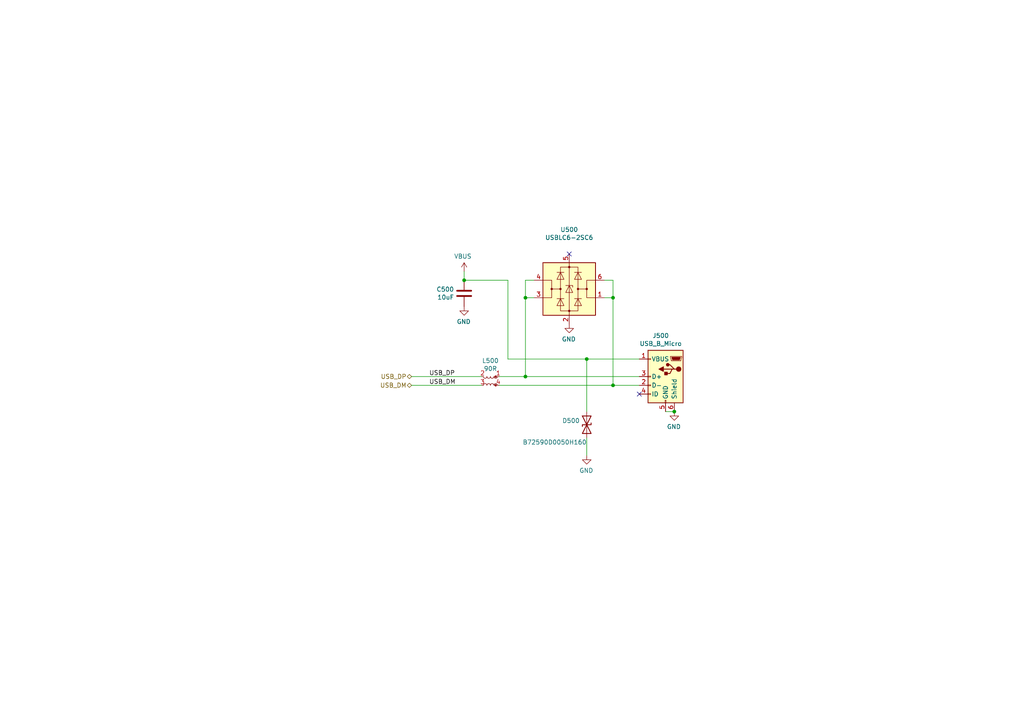
<source format=kicad_sch>
(kicad_sch (version 20211123) (generator eeschema)
  (paper "A4")
  (title_block (title "SitinaNe") (rev "R0.2") (company "Wenting"))
  (lib_symbols
    (symbol "Connector:USB_B_Micro" (pin_names (offset 1.016))
      (property "Reference" "J" (at -5.08 11.43 0))
      (property "Value" "USB_B_Micro" (at -5.08 8.89 0))
      (symbol "USB_B_Micro_0_1"
        (rectangle (start -5.08 -7.62) (end 5.08 7.62) (stroke (width 0.254)) (fill (type background)))
        (circle (center -3.81 2.159) (radius 0.635) (stroke (width 0.254)) (fill (type outline)))
        (circle (center -0.635 3.429) (radius 0.381) (stroke (width 0.254)) (fill (type outline)))
        (rectangle (start -0.127 -7.62) (end 0.127 -6.858))
        (polyline (pts (xy -1.905 2.159) (xy 0.635 2.159)) (stroke (width 0.254)))
        (polyline (pts (xy -3.175 2.159) (xy -2.54 2.159) (xy -1.27 3.429) (xy -0.635 3.429)) (stroke (width 0.254)))
        (polyline (pts (xy -2.54 2.159) (xy -1.905 2.159) (xy -1.27 0.889) (xy 0 0.889)) (stroke (width 0.254)))
        (polyline (pts (xy 0.635 2.794) (xy 0.635 1.524) (xy 1.905 2.159) (xy 0.635 2.794)) (stroke (width 0.254)) (fill (type outline)))
        (polyline (pts (xy -4.318 5.588) (xy -1.778 5.588) (xy -2.032 4.826) (xy -4.064 4.826) (xy -4.318 5.588)) (fill (type outline)))
        (polyline (pts (xy -4.699 5.842) (xy -4.699 5.588) (xy -4.445 4.826) (xy -4.445 4.572) (xy -1.651 4.572) (xy -1.651 4.826) (xy -1.397 5.588) (xy -1.397 5.842) (xy -4.699 5.842)))
        (rectangle (start 0.254 1.27) (end -0.508 0.508) (stroke (width 0.254)) (fill (type outline)))
        (rectangle (start 5.08 -5.207) (end 4.318 -4.953))
        (rectangle (start 5.08 -2.667) (end 4.318 -2.413))
        (rectangle (start 5.08 -0.127) (end 4.318 0.127))
        (rectangle (start 5.08 4.953) (end 4.318 5.207))
      )
      (symbol "USB_B_Micro_1_1"
        (pin power_out line (at 7.62 5.08 180) (length 2.54) (name "VBUS") (number "1"))
        (pin bidirectional line (at 7.62 -2.54 180) (length 2.54) (name "D-") (number "2"))
        (pin bidirectional line (at 7.62 0 180) (length 2.54) (name "D+") (number "3"))
        (pin passive line (at 7.62 -5.08 180) (length 2.54) (name "ID") (number "4"))
        (pin power_out line (at 0 -10.16 90) (length 2.54) (name "GND") (number "5"))
        (pin passive line (at -2.54 -10.16 90) (length 2.54) (name "Shield") (number "6"))
      )
    )
    (symbol "Device:C" (pin_numbers hide) (pin_names (offset 0.254))
      (property "Reference" "C" (at 0.635 2.54 0))
      (property "Value" "C" (at 0.635 -2.54 0))
      (symbol "C_0_1"
        (polyline (pts (xy -2.032 -0.762) (xy 2.032 -0.762)) (stroke (width 0.508)))
        (polyline (pts (xy -2.032 0.762) (xy 2.032 0.762)) (stroke (width 0.508)))
      )
      (symbol "C_1_1"
        (pin passive line (at 0 3.81 270) (length 2.794) (name "~") (number "1"))
        (pin passive line (at 0 -3.81 90) (length 2.794) (name "~") (number "2"))
      )
    )
    (symbol "Device:D_TVS" (pin_numbers hide) (pin_names (offset 1.016) hide)
      (property "Reference" "D" (at 0 2.54 0))
      (property "Value" "D_TVS" (at 0 -2.54 0))
      (symbol "D_TVS_0_1"
        (polyline (pts (xy 1.27 0) (xy -1.27 0)))
        (polyline (pts (xy 0.508 1.27) (xy 0 1.27) (xy 0 -1.27) (xy -0.508 -1.27)) (stroke (width 0.254)))
        (polyline (pts (xy -2.54 1.27) (xy -2.54 -1.27) (xy 2.54 1.27) (xy 2.54 -1.27) (xy -2.54 1.27)) (stroke (width 0.254)))
      )
      (symbol "D_TVS_1_1"
        (pin passive line (at -3.81 0 0) (length 2.54) (name "A1") (number "1"))
        (pin passive line (at 3.81 0 180) (length 2.54) (name "A2") (number "2"))
      )
    )
    (symbol "Device:L_Coupled_Small_1243" (pin_names (offset 0.254) hide)
      (property "Reference" "L" (at 0 3.175 0))
      (property "Value" "L_Coupled_Small_1243" (at 0 -3.175 0))
      (symbol "L_Coupled_Small_1243_0_1"
        (arc (start -2.032 1.27) (mid -1.524 0.762) (end -1.016 1.27))
        (circle (center -1.524 -1.27) (radius 0.254) (fill (type outline)))
        (circle (center -1.524 1.27) (radius 0.254) (fill (type outline)))
        (arc (start -1.016 -1.27) (mid -1.524 -0.762) (end -2.032 -1.27))
        (arc (start -1.016 1.27) (mid -0.508 0.762) (end 0 1.27))
        (arc (start 0 -1.27) (mid -0.508 -0.762) (end -1.016 -1.27))
        (arc (start 0 1.27) (mid 0.508 0.762) (end 1.016 1.27))
        (arc (start 1.016 -1.27) (mid 0.508 -0.762) (end 0 -1.27))
        (arc (start 1.016 1.27) (mid 1.524 0.762) (end 2.032 1.27))
        (arc (start 2.032 -1.27) (mid 1.524 -0.762) (end 1.016 -1.27))
      )
      (symbol "L_Coupled_Small_1243_1_1"
        (pin passive line (at -2.54 1.27 0) (length 0.508) (name "1") (number "1"))
        (pin passive line (at 2.54 1.27 180) (length 0.508) (name "2") (number "2"))
        (pin passive line (at 2.54 -1.27 180) (length 0.508) (name "3") (number "3"))
        (pin passive line (at -2.54 -1.27 0) (length 0.508) (name "4") (number "4"))
      )
    )
    (symbol "Power_Protection:USBLC6-2SC6" (pin_names hide)
      (property "Reference" "U" (at 2.54 8.89 0))
      (property "Value" "USBLC6-2SC6" (at 2.54 -8.89 0))
      (symbol "USBLC6-2SC6_0_1"
        (rectangle (start -7.62 -7.62) (end 7.62 7.62) (stroke (width 0.254)) (fill (type background)))
        (circle (center -5.08 0) (radius 0.254) (fill (type outline)))
        (circle (center -2.54 0) (radius 0.254) (fill (type outline)))
        (rectangle (start -2.54 6.35) (end 2.54 -6.35))
        (circle (center 0 -6.35) (radius 0.254) (fill (type outline)))
        (polyline (pts (xy -5.08 -2.54) (xy -7.62 -2.54)))
        (polyline (pts (xy -5.08 0) (xy -5.08 -2.54)))
        (polyline (pts (xy -5.08 2.54) (xy -7.62 2.54)))
        (polyline (pts (xy -1.524 -2.794) (xy -3.556 -2.794)))
        (polyline (pts (xy -1.524 4.826) (xy -3.556 4.826)))
        (polyline (pts (xy 0 -7.62) (xy 0 -6.35)))
        (polyline (pts (xy 0 -6.35) (xy 0 1.27)))
        (polyline (pts (xy 0 1.27) (xy 0 6.35)))
        (polyline (pts (xy 0 6.35) (xy 0 7.62)))
        (polyline (pts (xy 1.524 -2.794) (xy 3.556 -2.794)))
        (polyline (pts (xy 1.524 4.826) (xy 3.556 4.826)))
        (polyline (pts (xy 5.08 -2.54) (xy 7.62 -2.54)))
        (polyline (pts (xy 5.08 0) (xy 5.08 -2.54)))
        (polyline (pts (xy 5.08 2.54) (xy 7.62 2.54)))
        (polyline (pts (xy -2.54 0) (xy -5.08 0) (xy -5.08 2.54)))
        (polyline (pts (xy 2.54 0) (xy 5.08 0) (xy 5.08 2.54)))
        (polyline (pts (xy -3.556 -4.826) (xy -1.524 -4.826) (xy -2.54 -2.794) (xy -3.556 -4.826)))
        (polyline (pts (xy -3.556 2.794) (xy -1.524 2.794) (xy -2.54 4.826) (xy -3.556 2.794)))
        (polyline (pts (xy -1.016 -1.016) (xy 1.016 -1.016) (xy 0 1.016) (xy -1.016 -1.016)))
        (polyline (pts (xy 1.016 1.016) (xy 0.762 1.016) (xy -1.016 1.016) (xy -1.016 0.508)))
        (polyline (pts (xy 3.556 -4.826) (xy 1.524 -4.826) (xy 2.54 -2.794) (xy 3.556 -4.826)))
        (polyline (pts (xy 3.556 2.794) (xy 1.524 2.794) (xy 2.54 4.826) (xy 3.556 2.794)))
        (circle (center 0 6.35) (radius 0.254) (fill (type outline)))
        (circle (center 2.54 0) (radius 0.254) (fill (type outline)))
        (circle (center 5.08 0) (radius 0.254) (fill (type outline)))
      )
      (symbol "USBLC6-2SC6_1_1"
        (pin passive line (at -10.16 -2.54 0) (length 2.54) (name "I/O1") (number "1"))
        (pin passive line (at 0 -10.16 90) (length 2.54) (name "GND") (number "2"))
        (pin passive line (at 10.16 -2.54 180) (length 2.54) (name "I/O2") (number "3"))
        (pin passive line (at 10.16 2.54 180) (length 2.54) (name "I/O2") (number "4"))
        (pin passive line (at 0 10.16 270) (length 2.54) (name "VBUS") (number "5"))
        (pin passive line (at -10.16 2.54 0) (length 2.54) (name "I/O1") (number "6"))
      )
    )
    (symbol "power:GND" (power) (pin_names (offset 0))
      (property "Value" "GND" (at 0 -3.81 0))
      (symbol "GND_0_1"
        (polyline (pts (xy 0 0) (xy 0 -1.27) (xy 1.27 -1.27) (xy 0 -2.54) (xy -1.27 -1.27) (xy 0 -1.27)))
      )
      (symbol "GND_1_1"
        (pin power_in line (at 0 0 270) (length 0) hide (name "GND") (number "1"))
      )
    )
    (symbol "power:VBUS" (power) (pin_names (offset 0))
      (property "Value" "VBUS" (at 0 3.81 0))
      (symbol "VBUS_0_1"
        (polyline (pts (xy -0.762 1.27) (xy 0 2.54)))
        (polyline (pts (xy 0 0) (xy 0 2.54)))
        (polyline (pts (xy 0 2.54) (xy 0.762 1.27)))
      )
      (symbol "VBUS_1_1"
        (pin power_in line (at 0 0 90) (length 0) hide (name "VBUS") (number "1"))
      )
    )
  )
  (junction (at 195.58 119.38) (diameter 0.9144))
  (junction (at 170.18 104.14) (diameter 0.9144))
  (junction (at 134.62 81.28) (diameter 0.9144))
  (junction (at 177.8 111.76) (diameter 0.9144))
  (junction (at 152.4 86.36) (diameter 0.9144))
  (junction (at 152.4 109.22) (diameter 0.9144))
  (junction (at 177.8 86.36) (diameter 0.9144))
  (no_connect (at 165.1 73.66))
  (no_connect (at 185.42 114.3))
  (wire (pts (xy 175.26 86.36) (xy 177.8 86.36)))
  (wire (pts (xy 144.78 111.76) (xy 177.8 111.76)))
  (wire (pts (xy 119.38 109.22) (xy 139.7 109.22)))
  (wire (pts (xy 170.18 104.14) (xy 185.42 104.14)))
  (wire (pts (xy 154.94 81.28) (xy 152.4 81.28)))
  (wire (pts (xy 185.42 109.22) (xy 152.4 109.22)))
  (wire (pts (xy 144.78 109.22) (xy 152.4 109.22)))
  (wire (pts (xy 154.94 86.36) (xy 152.4 86.36)))
  (wire (pts (xy 147.32 104.14) (xy 170.18 104.14)))
  (wire (pts (xy 134.62 78.74) (xy 134.62 81.28)))
  (wire (pts (xy 147.32 81.28) (xy 147.32 104.14)))
  (wire (pts (xy 119.38 111.76) (xy 139.7 111.76)))
  (wire (pts (xy 170.18 127) (xy 170.18 132.08)))
  (wire (pts (xy 134.62 81.28) (xy 147.32 81.28)))
  (wire (pts (xy 177.8 81.28) (xy 177.8 86.36)))
  (wire (pts (xy 152.4 81.28) (xy 152.4 86.36)))
  (wire (pts (xy 193.04 119.38) (xy 195.58 119.38)))
  (wire (pts (xy 175.26 81.28) (xy 177.8 81.28)))
  (wire (pts (xy 177.8 111.76) (xy 185.42 111.76)))
  (wire (pts (xy 177.8 86.36) (xy 177.8 111.76)))
  (wire (pts (xy 152.4 86.36) (xy 152.4 109.22)))
  (wire (pts (xy 170.18 119.38) (xy 170.18 104.14)))
  (label "USB_DM" (at 124.46 111.76 0))
  (label "USB_DP" (at 124.46 109.22 0))
  (hierarchical_label "USB_DP" (shape bidirectional) (at 119.38 109.22 180))
  (hierarchical_label "USB_DM" (shape bidirectional) (at 119.38 111.76 180))
  (symbol (lib_id "Connector:USB_B_Micro") (at 193.04 109.22 0) (mirror y) (unit 1)
    (property "Reference" "J500" (at 191.643 97.3582 0))
    (property "Value" "USB_B_Micro" (at 191.643 99.6696 0))
    (property "Footprint" "Connector_USB:USB_Micro-B_Amphenol_10103594-0001LF_Horizontal" (effects hide))
  )
  (symbol (lib_id "Power_Protection:USBLC6-2SC6") (at 165.1 83.82 0) (mirror y) (unit 1)
    (property "Reference" "U500" (at 165.1 66.5988 0))
    (property "Value" "USBLC6-2SC6" (at 165.1 68.9102 0))
    (property "Footprint" "Package_TO_SOT_SMD:SOT-23-6" (effects hide))
    (property "Datasheet" "http://www2.st.com/resource/en/datasheet/CD00050750.pdf" (effects hide))
  )
  (symbol (lib_id "Device:D_TVS") (at 170.18 123.19 90) (mirror x) (unit 1)
    (property "Reference" "D500" (at 168.1734 122.0216 90) (effects (justify left)))
    (property "Value" "B72590D0050H160" (at 170.18 128.27 90) (effects (justify left)))
    (property "Footprint" "Diode_SMD:D_0402_1005Metric" (effects hide))
  )
  (symbol (lib_id "Device:C") (at 134.62 85.09 0) (mirror y) (unit 1)
    (property "Reference" "C500" (at 131.699 83.9216 0) (effects (justify left)))
    (property "Value" "10uF" (at 131.699 86.233 0) (effects (justify left)))
    (property "Footprint" "Capacitor_SMD:C_0603_1608Metric" (effects hide))
  )
  (symbol (lib_id "power:GND") (at 165.1 93.98 0) (mirror y) (unit 1)
    (property "Reference" "#PWR0291" (effects hide))
    (property "Value" "GND" (at 164.973 98.3742 0))
  )
  (symbol (lib_id "power:GND") (at 195.58 119.38 0) (mirror y) (unit 1)
    (property "Reference" "#PWR0292" (effects hide))
    (property "Value" "GND" (at 195.453 123.7742 0))
  )
  (symbol (lib_id "power:GND") (at 170.18 132.08 0) (mirror y) (unit 1)
    (property "Reference" "#PWR0293" (effects hide))
    (property "Value" "GND" (at 170.053 136.4742 0))
  )
  (symbol (lib_id "power:VBUS") (at 134.62 78.74 0) (mirror y) (unit 1)
    (property "Reference" "#PWR0295" (effects hide))
    (property "Value" "VBUS" (at 134.239 74.3458 0))
  )
  (symbol (lib_id "power:GND") (at 134.62 88.9 0) (mirror y) (unit 1)
    (property "Reference" "#PWR0155" (effects hide))
    (property "Value" "GND" (at 134.493 93.2942 0))
  )
  (symbol (lib_id "Device:L_Coupled_Small_1243") (at 142.24 110.49 0) (mirror y) (unit 1)
    (property "Reference" "L500" (at 142.24 104.6226 0))
    (property "Value" "90R" (at 142.24 106.934 0))
    (property "Footprint" "Inductor_SMD:L_CommonModeChoke_Coilcraft_0805USB" (effects hide))
  )
)
</source>
